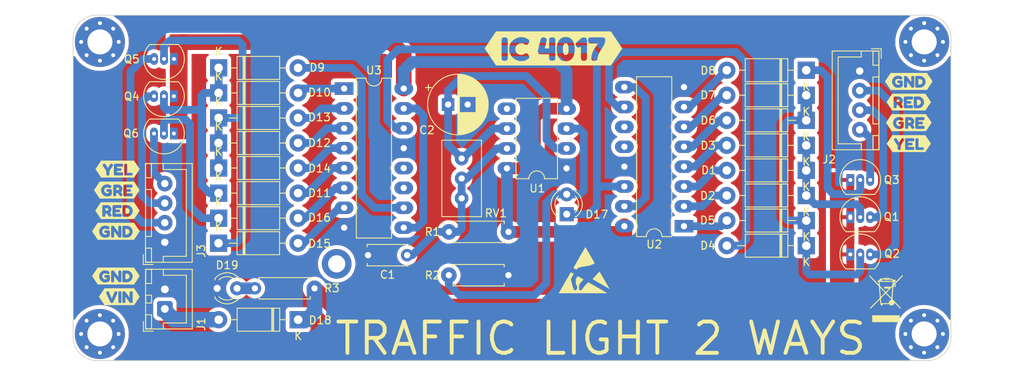
<source format=kicad_pcb>
(kicad_pcb (version 20240108) (generator "pcbnew") (generator_version "8.0")
  (layers (0 "F.Cu" signal) (31 "B.Cu" signal) (34 "B.Paste" user) (35 "F.Paste" user) (36 "B.SilkS" user "B.Silkscreen") (37 "F.SilkS" user "F.Silkscreen") (38 "B.Mask" user) (39 "F.Mask" user) (44 "Edge.Cuts" user))
  (net 0 "")
  (net 1 "Net-(D1-Pad1)")
  (net 2 "/Q0")
  (net 3 "/Q1")
  (net 4 "/Q2")
  (net 5 "Net-(D4-Pad1)")
  (net 6 "/Q4")
  (net 7 "/Q5")
  (net 8 "/Q6")
  (net 9 "/Q7")
  (net 10 "Net-(D8-Pad1)")
  (net 11 "/Q3")
  (net 12 "Net-(D10-Pad1)")
  (net 13 "/QE")
  (net 14 "/QF")
  (net 15 "/QG")
  (net 16 "Net-(D12-Pad1)")
  (net 17 "/QA")
  (net 18 "/QB")
  (net 19 "/QC")
  (net 20 "/QD")
  (net 21 "Net-(D16-Pad1)")
  (net 22 "/QH")
  (net 23 "/Q")
  (net 24 "Net-(D17-Pad2)")
  (net 25 "+9V")
  (net 26 "Net-(D18-Pad2)")
  (net 27 "GND")
  (net 28 "Net-(D19-Pad2)")
  (net 29 "/R1")
  (net 30 "/Y1")
  (net 31 "/G1")
  (net 32 "/R2")
  (net 33 "/Y2")
  (net 34 "/G2")
  (net 35 "/DIS")
  (net 36 "Net-(C2-Pad1)")
  (net 38 "/Q8")
  (net 39 "/Q9")
  (net 41 "/QI")
  (net 42 "/QJ")
  (footprint "Potentiometer_THT:Potentiometer_Bourns_3296W_Vertical" (layer "F.Cu") (at 67.285 40.68 -90)
    (property "Reference" "RV1")
    (property "Value" "10K")
  )
  (footprint "MountingHole:MountingHole_2.2mm_M2_DIN965_Pad" (layer "F.Cu") (at 51.31 49.06)
    (property "Reference" "REF**")
    (property "Value" "MountingHole_2.2mm_M2_DIN965_Pad")
  )
  (footprint "Diode_THT:D_DO-41_SOD81_P10.16mm_Horizontal" (layer "F.Cu") (at 46.385 56.2 180)
    (property "Reference" "D18")
    (property "Value" "1N4007")
  )
  (footprint "MountingHole:MountingHole_3.2mm_M3_Pad_Via" (layer "F.Cu") (at 21.04 20.69)
    (property "Reference" "REF**" (hide yes))
    (property "Value" "MountingHole_3.2mm_M3_Pad_Via")
  )
  (footprint "kibuzzard-6729E51F" (layer "F.Cu") (at 124.45 28.38)
    (property "Reference" "kibuzzard-6729E51F" (hide yes))
    (property "Value" "G***" (hide yes))
  )
  (footprint "kibuzzard-6729E51F" (layer "F.Cu") (at 23.286008 42.26)
    (property "Reference" "kibuzzard-6729E51F" (hide yes))
    (property "Value" "G***" (hide yes))
  )
  (footprint "Package_TO_SOT_THT:TO-92_Inline" (layer "F.Cu") (at 116.97 43.095)
    (property "Reference" "Q1")
    (property "Value" "BC547")
  )
  (footprint "Connector_JST:JST_XH_B4B-XH-A_1x04_P2.50mm_Vertical" (layer "F.Cu") (at 29.33 46.3 90)
    (property "Reference" "J3")
    (property "Value" "Conn_01x04_Female")
  )
  (footprint "Package_DIP:DIP-16_W7.62mm_LongPads" (layer "F.Cu") (at 52.26 26.655)
    (property "Reference" "U3")
    (property "Value" "4017")
  )
  (footprint "Package_TO_SOT_THT:TO-92_Inline" (layer "F.Cu") (at 30.495 32.4 180)
    (property "Reference" "Q6")
    (property "Value" "BC547")
  )
  (footprint "kibuzzard-6729E545" (layer "F.Cu") (at 124.45 33.69)
    (property "Reference" "kibuzzard-6729E545" (hide yes))
    (property "Value" "G***" (hide yes))
  )
  (footprint "Resistor_THT:R_Axial_DIN0207_L6.3mm_D2.5mm_P7.62mm_Horizontal" (layer "F.Cu") (at 73.275 44.98 180)
    (property "Reference" "R1")
    (property "Value" "10K")
  )
  (footprint "kibuzzard-6729E532" (layer "F.Cu") (at 124.45 31.01)
    (property "Reference" "kibuzzard-6729E532" (hide yes))
    (property "Value" "G***" (hide yes))
  )
  (footprint "Diode_THT:D_DO-41_SOD81_P10.16mm_Horizontal" (layer "F.Cu") (at 111.35 46.735 180)
    (property "Reference" "D4")
    (property "Value" "1N4007")
  )
  (footprint "Connector_JST:JST_XH_B4B-XH-A_1x04_P2.50mm_Vertical" (layer "F.Cu") (at 118.17 24.415 -90)
    (property "Reference" "J2")
    (property "Value" "Conn_01x04_Female")
  )
  (footprint "kibuzzard-6729E545" (layer "F.Cu") (at 23.298169 36.95)
    (property "Reference" "kibuzzard-6729E545" (hide yes))
    (property "Value" "G***" (hide yes))
  )
  (footprint "Diode_THT:D_DO-41_SOD81_P10.16mm_Horizontal" (layer "F.Cu") (at 111.34 24.305 180)
    (property "Reference" "D8")
    (property "Value" "1N4007")
  )
  (footprint "kibuzzard-6729E504" (layer "F.Cu") (at 23.08 50.62)
    (property "Reference" "kibuzzard-6729E504" (hide yes))
    (property "Value" "G***" (hide yes))
  )
  (footprint "MountingHole:MountingHole_3.2mm_M3_Pad_Via" (layer "F.Cu") (at 21.032944 58.022944)
    (property "Reference" "REF**" (hide yes))
    (property "Value" "MountingHole_3.2mm_M3_Pad_Via")
  )
  (footprint "Package_DIP:DIP-16_W7.62mm_LongPads" (layer "F.Cu") (at 95.705 44.25 180)
    (property "Reference" "U2")
    (property "Value" "4017")
  )
  (footprint "Package_TO_SOT_THT:TO-92_Inline" (layer "F.Cu") (at 30.505 22.87 180)
    (property "Reference" "Q5")
    (property "Value" "BC547")
  )
  (footprint "Resistor_THT:R_Axial_DIN0207_L6.3mm_D2.5mm_P7.62mm_Horizontal" (layer "F.Cu") (at 65.645 50.51)
    (property "Reference" "R2")
    (property "Value" "10K")
  )
  (footprint "Package_DIP:DIP-8_W7.62mm" (layer "F.Cu") (at 80.695 36.85 180)
    (property "Reference" "U1")
    (property "Value" "NE555P")
  )
  (footprint "Connector_JST:JST_XH_B2B-XH-A_1x02_P2.50mm_Vertical" (layer "F.Cu") (at 29.34 54.82 90)
    (property "Reference" "J1")
    (property "Value" "Conn_01x02_Female")
  )
  (footprint "Diode_THT:D_DO-41_SOD81_P10.16mm_Horizontal" (layer "F.Cu") (at 36.205 33.61)
    (property "Reference" "D12")
    (property "Value" "1N4007")
  )
  (footprint "LED_THT:LED_D3.0mm" (layer "F.Cu") (at 80.715 42.715 90)
    (property "Reference" "D17")
    (property "Value" "LED")
  )
  (footprint "Diode_THT:D_DO-41_SOD81_P10.16mm_Horizontal" (layer "F.Cu") (at 36.215 27.21)
    (property "Reference" "D10")
    (property "Value" "1N4007")
  )
  (footprint "Symbol:WEEE-Logo_4.2x6mm_SilkScreen" (layer "F.Cu") (at 121.54 53.49)
    (property "Reference" "REF**" (hide yes))
    (property "Value" "WEEE-Logo_4.2x6mm_SilkScreen" (hide yes))
  )
  (footprint "Diode_THT:D_DO-41_SOD81_P10.16mm_Horizontal" (layer "F.Cu") (at 111.34 37.115 180)
    (property "Reference" "D1")
    (property "Value" "1N4007")
  )
  (footprint "kibuzzard-6729E5F1" (layer "F.Cu") (at 23.520272 53.26)
    (property "Reference" "kibuzzard-6729E5F1" (hide yes))
    (property "Value" "G***" (hide yes))
  )
  (footprint "Diode_THT:D_DO-41_SOD81_P10.16mm_Horizontal" (layer "F.Cu") (at 36.215 30.41)
    (property "Reference" "D13")
    (property "Value" "1N4007")
  )
  (footprint "MountingHole:MountingHole_3.2mm_M3_Pad_Via" (layer "F.Cu") (at 126.417056 20.687056)
    (property "Reference" "REF**" (hide yes))
    (property "Value" "MountingHole_3.2mm_M3_Pad_Via")
  )
  (footprint "Resistor_THT:R_Axial_DIN0207_L6.3mm_D2.5mm_P7.62mm_Horizontal" (layer "F.Cu") (at 48.475 52.19 180)
    (property "Reference" "R3")
    (property "Value" "330")
  )
  (footprint "kibuzzard-6729E504" (layer "F.Cu") (at 124.45 25.74)
    (property "Reference" "kibuzzard-6729E504" (hide yes))
    (property "Value" "G***" (hide yes))
  )
  (footprint "kibuzzard-6729E504" (layer "F.Cu") (at 23.08 44.9)
    (property "Reference" "kibuzzard-6729E504" (hide yes))
    (property "Value" "G***" (hide yes))
  )
  (footprint "Package_TO_SOT_THT:TO-92_Inline" (layer "F.Cu") (at 116.97 47.855)
    (property "Reference" "Q2")
    (property "Value" "BC547")
  )
  (footprint "Diode_THT:D_DO-41_SOD81_P10.16mm_Horizontal" (layer "F.Cu") (at 36.215 24.01)
    (property "Reference" "D9")
    (property "Value" "1N4007")
  )
  (footprint "Diode_THT:D_DO-41_SOD81_P10.16mm_Horizontal" (layer "F.Cu") (at 111.34 30.715 180)
    (property "Reference" "D6")
    (property "Value" "1N4007")
  )
  (footprint "Diode_THT:D_DO-41_SOD81_P10.16mm_Horizontal" (layer "F.Cu") (at 36.215 43.22)
    (property "Reference" "D16")
    (property "Value" "1N4007")
  )
  (footprint "kibuzzard-6729E532" (layer "F.Cu") (at 23.206609 39.63)
    (property "Reference" "kibuzzard-6729E532" (hide yes))
    (property "Value" "G***" (hide yes))
  )
  (footprint "Diode_THT:D_DO-41_SOD81_P10.16mm_Horizontal" (layer "F.Cu") (at 36.215 36.81)
    (property "Reference" "D14")
    (property "Value" "1N4007")
  )
  (footprint "Diode_THT:D_DO-41_SOD81_P10.16mm_Horizontal" (layer "F.Cu") (at 36.205 46.42)
    (property "Reference" "D15")
    (property "Value" "1N4007")
  )
  (footprint "Capacitor_THT:C_Disc_D5.0mm_W2.5mm_P5.00mm" (layer "F.Cu") (at 60.315 47.95 180)
    (property "Reference" "C1")
    (property "Value" "0.1UF")
  )
  (footprint "Diode_THT:D_DO-41_SOD81_P10.16mm_Horizontal" (layer "F.Cu") (at 111.34 33.915 180)
    (property "Reference" "D3")
    (property "Value" "1N4007")
  )
  (footprint "Diode_THT:D_DO-41_SOD81_P10.16mm_Horizontal" (layer "F.Cu") (at 111.35 43.525 180)
    (property "Reference" "D5")
    (property "Value" "1N4007")
  )
  (footprint "MountingHole:MountingHole_3.2mm_M3_Pad_Via" (layer "F.Cu") (at 126.41 58.02)
    (property "Reference" "REF**" (hide yes))
    (property "Value" "MountingHole_3.2mm_M3_Pad_Via")
  )
  (footprint "Diode_THT:D_DO-41_SOD81_P10.16mm_Horizontal" (layer "F.Cu") (at 36.215 40.02)
    (property "Reference" "D11")
    (property "Value" "1N4007")
  )
  (footprint "Package_TO_SOT_THT:TO-92_Inline" (layer "F.Cu") (at 116.97 38.335)
    (property "Reference" "Q3")
    (property "Value" "BC547")
  )
  (footprint "Diode_THT:D_DO-41_SOD81_P10.16mm_Horizontal" (layer "F.Cu") (at 111.34 40.325 180)
    (property "Reference" "D2")
    (property "Value" "1N4007")
  )
  (footprint "LED_THT:LED_D3.0mm" (layer "F.Cu") (at 36.03 52.19)
    (property "Reference" "D19")
    (property "Value" "LED")
  )
  (footprint "Symbol:ESD-Logo_6.6x6mm_SilkScreen" (layer "F.Cu") (at 82.95 49.86)
    (property "Reference" "REF**" (hide yes))
    (property "Value" "ESD-Logo_6.6x6mm_SilkScreen" (hide yes))
  )
  (footprint "kibuzzard-6729E654" (layer "F.Cu") (at 79.02 21.52)
    (property "Reference" "kibuzzard-6729E654" (hide yes))
    (property "Value" "G***" (hide yes))
  )
  (footprint "Capacitor_THT:CP_Radial_D7.5mm_P2.50mm" (layer "F.Cu") (at 65.555 28.69)
    (property "Reference" "C2")
    (property "Value" "100UF")
  )
  (footprint "Diode_THT:D_DO-41_SOD81_P10.16mm_Horizontal" (layer "F.Cu") (at 111.34 27.505 180)
    (property "Reference" "D7")
    (property "Value" "1N4007")
  )
  (footprint "Package_TO_SOT_THT:TO-92_Inline" (layer "F.Cu") (at 30.495 27.63 180)
    (property "Reference" "Q4")
    (property "Value" "BC547")
  )
  (gr_line (start 20.615 17.27) (end 126.835 17.27) (stroke (width 0.1)) (layer "Edge.Cuts"))
  (gr_arc (start 129.835 58.43) (mid 128.95632 60.55132) (end 126.835 61.43) (stroke (width 0.1)) (layer "Edge.Cuts"))
  (gr_line (start 126.835 61.43) (end 20.615 61.43) (stroke (width 0.1)) (layer "Edge.Cuts"))
  (gr_arc (start 126.835 17.27) (mid 128.95632 18.14868) (end 129.835 20.27) (stroke (width 0.1)) (layer "Edge.Cuts"))
  (gr_line (start 129.835 20.27) (end 129.835 58.43) (stroke (width 0.1)) (layer "Edge.Cuts"))
  (gr_arc (start 20.615 61.43) (mid 18.49368 60.55132) (end 17.615 58.43) (stroke (width 0.1)) (layer "Edge.Cuts"))
  (gr_arc (start 17.615 20.27) (mid 18.49368 18.14868) (end 20.615 17.27) (stroke (width 0.1)) (layer "Edge.Cuts"))
  (gr_line (start 17.615 58.43) (end 17.615 20.27) (stroke (width 0.1)) (layer "Edge.Cuts"))
  (gr_text "TRAFFIC LIGHT 2 WAYS" (at 85.06 58.61 0) (layer "F.SilkS") (effects (font (size 4 4) (thickness 0.5))))
  (segment (start 112.455 41.44) (end 111.34 40.325) (width 1) (layer "B.Cu") (net 1))
  (segment (start 118.24 41.935) (end 117.745 41.44) (width 1) (layer "B.Cu") (net 1))
  (segment (start 111.34 33.915) (end 111.34 37.115) (width 1) (layer "B.Cu") (net 1))
  (segment (start 117.745 41.44) (end 112.455 41.44) (width 1) (layer "B.Cu") (net 1))
  (segment (start 111.34 37.115) (end 111.34 40.325) (width 1) (layer "B.Cu") (net 1))
  (segment (start 118.24 43.095) (end 118.24 41.935) (width 1) (layer "B.Cu") (net 1))
  (segment (start 97.455 39.17) (end 95.705 39.17) (width 1) (layer "B.Cu") (net 2))
  (segment (start 101.18 37.115) (end 99.51 37.115) (width 1) (layer "B.Cu") (net 2))
  (segment (start 99.51 37.115) (end 97.455 39.17) (width 1) (layer "B.Cu") (net 2))
  (segment (start 99.41 40.325) (end 98.025 41.71) (width 1) (layer "B.Cu") (net 3))
  (segment (start 98.025 41.71) (end 95.705 41.71) (width 1) (layer "B.Cu") (net 3))
  (segment (start 101.18 40.325) (end 99.41 40.325) (width 1) (layer "B.Cu") (net 3))
  (segment (start 97.095 36.63) (end 95.705 36.63) (width 1) (layer "B.Cu") (net 4))
  (segment (start 101.18 33.915) (end 99.81 33.915) (width 1) (layer "B.Cu") (net 4))
  (segment (start 99.81 33.915) (end 97.095 36.63) (width 1) (layer "B.Cu") (net 4))
  (segment (start 118.24 49.975) (end 117.795 50.42) (width 1) (layer "B.Cu") (net 5))
  (segment (start 109.06 43.525) (end 108.525 42.99) (width 1) (layer "B.Cu") (net 5))
  (segment (start 118.24 47.855) (end 118.24 49.975) (width 1) (layer "B.Cu") (net 5))
  (segment (start 111.725 50.42) (end 111.35 50.045) (width 1) (layer "B.Cu") (net 5))
  (segment (start 108.525 31.27) (end 109.08 30.715) (width 1) (layer "B.Cu") (net 5))
  (segment (start 111.35 43.525) (end 109.06 43.525) (width 1) (layer "B.Cu") (net 5))
  (segment (start 108.525 42.99) (end 108.525 31.27) (width 1) (layer "B.Cu") (net 5))
  (segment (start 111.35 46.735) (end 111.35 43.525) (width 1) (layer "B.Cu") (net 5))
  (segment (start 109.08 30.715) (end 111.34 30.715) (width 1) (layer "B.Cu") (net 5))
  (segment (start 111.34 27.505) (end 111.34 30.715) (width 1.5) (layer "B.Cu") (net 5))
  (segment (start 117.795 50.42) (end 111.725 50.42) (width 1) (layer "B.Cu") (net 5))
  (segment (start 111.35 50.045) (end 111.35 46.735) (width 1) (layer "B.Cu") (net 5))
  (segment (start 87.205 29.01) (end 86.11 27.915) (width 1) (layer "B.Cu") (net 6))
  (segment (start 103.65 45.985) (end 102.9 46.735) (width 1) (layer "B.Cu") (net 6))
  (segment (start 88.085 29.01) (end 87.205 29.01) (width 1) (layer "B.Cu") (net 6))
  (segment (start 86.11 27.915) (end 86.11 23.415) (width 1) (layer "B.Cu") (net 6))
  (segment (start 102.9 46.735) (end 101.19 46.735) (width 1) (layer "B.Cu") (net 6))
  (segment (start 103.65 23.285) (end 103.65 45.985) (width 1) (layer "B.Cu") (net 6))
  (segment (start 102.36 21.995) (end 103.65 23.285) (width 1) (layer "B.Cu") (net 6))
  (segment (start 87.53 21.995) (end 102.36 21.995) (width 1) (layer "B.Cu") (net 6))
  (segment (start 86.11 23.415) (end 87.53 21.995) (width 1) (layer "B.Cu") (net 6))
  (segment (start 95.705 44.25) (end 100.465 44.25) (width 1) (layer "B.Cu") (net 7))
  (segment (start 100.465 44.25) (end 101.19 43.525) (width 1) (layer "B.Cu") (net 7))
  (segment (start 101.18 30.715) (end 100.18 30.715) (width 1) (layer "B.Cu") (net 8))
  (segment (start 96.805 34.09) (end 95.705 34.09) (width 1) (layer "B.Cu") (net 8))
  (segment (start 100.18 30.715) (end 96.805 34.09) (width 1) (layer "B.Cu") (net 8))
  (segment (start 101.18 27.505) (end 100.66 27.505) (width 1) (layer "B.Cu") (net 9))
  (segment (start 100.66 27.505) (end 96.615 31.55) (width 1) (layer "B.Cu") (net 9))
  (segment (start 96.615 31.55) (end 95.705 31.55) (width 1) (layer "B.Cu") (net 9))
  (segment (start 118.24 39.714022) (end 117.814022 40.14) (width 1) (layer "B.Cu") (net 10))
  (segment (start 118.24 38.335) (end 118.24 39.714022) (width 1) (layer "B.Cu") (net 10))
  (segment (start 114.795 40.14) (end 114.065 39.41) (width 1) (layer "B.Cu") (net 10))
  (segment (start 114.065 39.41) (end 114.065 25.2) (width 1) (layer "B.Cu") (net 10))
  (segment (start 114.065 25.2) (end 113.17 24.305) (width 1) (layer "B.Cu") (net 10))
  (segment (start 113.17 24.305) (end 111.34 24.305) (width 1) (layer "B.Cu") (net 10))
  (segment (start 117.814022 40.14) (end 114.795 40.14) (width 1) (layer "B.Cu") (net 10))
  (segment (start 101.13 24.305) (end 96.425 29.01) (width 1) (layer "B.Cu") (net 11))
  (segment (start 96.425 29.01) (end 95.705 29.01) (width 1) (layer "B.Cu") (net 11))
  (segment (start 101.18 24.305) (end 101.13 24.305) (width 1) (layer "B.Cu") (net 11))
  (segment (start 36.215 27.21) (end 34.375 27.21) (width 1) (layer "B.Cu") (net 12))
  (segment (start 34.045 39) (end 35.065 40.02) (width 1) (layer "B.Cu") (net 12))
  (segment (start 29.225 29.009022) (end 29.595978 29.38) (width 1) (layer "B.Cu") (net 12))
  (segment (start 33.885 29.38) (end 34.045 29.54) (width 1) (layer "B.Cu") (net 12))
  (segment (start 35.065 40.02) (end 36.215 40.02) (width 1) (layer "B.Cu") (net 12))
  (segment (start 29.595978 29.38) (end 33.885 29.38) (width 1) (layer "B.Cu") (net 12))
  (segment (start 29.225 27.63) (end 29.225 29.009022) (width 1) (layer "B.Cu") (net 12))
  (segment (start 34.045 30.59) (end 34.045 39) (width 1) (layer "B.Cu") (net 12))
  (segment (start 34.045 27.54) (end 34.045 29.54) (width 1) (layer "B.Cu") (net 12))
  (segment (start 34.375 27.21) (end 34.045 27.54) (width 1) (layer "B.Cu") (net 12))
  (segment (start 36.215 24.01) (end 36.215 27.21) (width 1) (layer "B.Cu") (net 12))
  (segment (start 34.045 29.54) (end 34.045 30.59) (width 1) (layer "B.Cu") (net 12))
  (segment (start 54.495 25.3) (end 53.205 24.01) (width 1) (layer "B.Cu") (net 13))
  (segment (start 56.15 41.895) (end 54.495 40.24) (width 1) (layer "B.Cu") (net 13))
  (segment (start 53.205 24.01) (end 46.375 24.01) (width 1) (layer "B.Cu") (net 13))
  (segment (start 59.88 41.895) (end 56.15 41.895) (width 1) (layer "B.Cu") (net 13))
  (segment (start 54.495 40.24) (end 54.495 25.3) (width 1) (layer "B.Cu") (net 13))
  (segment (start 46.93 26.655) (end 46.375 27.21) (width 1) (layer "B.Cu") (net 14))
  (segment (start 52.26 26.655) (end 46.93 26.655) (width 1) (layer "B.Cu") (net 14))
  (segment (start 52.26 36.815) (end 50.76 36.815) (width 1) (layer "B.Cu") (net 15))
  (segment (start 47.555 40.02) (end 46.375 40.02) (width 1) (layer "B.Cu") (net 15))
  (segment (start 50.76 36.815) (end 47.555 40.02) (width 1) (layer "B.Cu") (net 15))
  (segment (start 39.285 45.57) (end 38.435 46.42) (width 1) (layer "B.Cu") (net 16))
  (segment (start 39.285 21.09) (end 39.285 29.6) (width 1) (layer "B.Cu") (net 16))
  (segment (start 36.215 33.62) (end 36.205 33.61) (width 1) (layer "B.Cu") (net 16))
  (segment (start 38.435 46.42) (end 36.205 46.42) (width 1) (layer "B.Cu") (net 16))
  (segment (start 36.205 33.61) (end 36.205 30.42) (width 1) (layer "B.Cu") (net 16))
  (segment (start 39.005 30.41) (end 39.285 30.13) (width 1) (layer "B.Cu") (net 16))
  (segment (start 39.285 29.6) (end 39.285 30.13) (width 1) (layer "B.Cu") (net 16))
  (segment (start 36.205 30.42) (end 36.215 30.41) (width 1) (layer "B.Cu") (net 16))
  (segment (start 39.285 30.13) (end 39.285 45.57) (width 1) (layer "B.Cu") (net 16))
  (segment (start 29.975 20.52) (end 38.715 20.52) (width 1) (layer "B.Cu") (net 16))
  (segment (start 36.215 36.81) (end 36.215 33.62) (width 1) (layer "B.Cu") (net 16))
  (segment (start 38.715 20.52) (end 39.285 21.09) (width 1) (layer "B.Cu") (net 16))
  (segment (start 29.235 21.26) (end 29.975 20.52) (width 1) (layer "B.Cu") (net 16))
  (segment (start 36.215 30.41) (end 39.005 30.41) (width 1) (layer "B.Cu") (net 16))
  (segment (start 29.235 22.87) (end 29.235 21.26) (width 1) (layer "B.Cu") (net 16))
  (segment (start 52.26 31.735) (end 50.04 31.735) (width 1) (layer "B.Cu") (net 17))
  (segment (start 50.04 31.735) (end 48.165 33.61) (width 1) (layer "B.Cu") (net 17))
  (segment (start 48.165 33.61) (end 46.365 33.61) (width 1) (layer "B.Cu") (net 17))
  (segment (start 48.135 30.41) (end 46.375 30.41) (width 1) (layer "B.Cu") (net 18))
  (segment (start 52.26 29.195) (end 49.35 29.195) (width 1) (layer "B.Cu") (net 18))
  (segment (start 49.35 29.195) (end 48.135 30.41) (width 1) (layer "B.Cu") (net 18))
  (segment (start 52.26 34.275) (end 50.42 34.275) (width 1) (layer "B.Cu") (net 19))
  (segment (start 47.885 36.81) (end 46.375 36.81) (width 1) (layer "B.Cu") (net 19))
  (segment (start 50.42 34.275) (end 47.885 36.81) (width 1) (layer "B.Cu") (net 19))
  (segment (start 52.26 41.895) (end 51.63 41.895) (width 1) (layer "B.Cu") (net 20))
  (segment (start 47.105 46.42) (end 46.365 46.42) (width 1) (layer "B.Cu") (net 20))
  (segment (start 51.63 41.895) (end 47.105 46.42) (width 1) (layer "B.Cu") (net 20))
  (segment (start 31.99548 30.62) (end 32.555 31.17952) (width 1) (layer "B.Cu") (net 21))
  (segment (start 32.555 41.67) (end 34.105 43.22) (width 1) (layer "B.Cu") (net 21))
  (segment (start 29.225 32.4) (end 29.225 31.020978) (width 1) (layer "B.Cu") (net 21))
  (segment (start 34.105 43.22) (end 36.215 43.22) (width 1) (layer "B.Cu") (net 21))
  (segment (start 29.225 31.020978) (end 29.625978 30.62) (width 1) (layer "B.Cu") (net 21))
  (segment (start 32.555 31.17952) (end 32.555 41.67) (width 1) (layer "B.Cu") (net 21))
  (segment (start 29.625978 30.62) (end 31.99548 30.62) (width 1) (layer "B.Cu") (net 21))
  (segment (start 47.295 43.22) (end 46.375 43.22) (width 1) (layer "B.Cu") (net 22))
  (segment (start 52.26 39.355) (end 51.16 39.355) (width 1) (layer "B.Cu") (net 22))
  (segment (start 51.16 39.355) (end 47.295 43.22) (width 1) (layer "B.Cu") (net 22))
  (segment (start 88.085 39.17) (end 84.825 39.17) (width 1) (layer "B.Cu") (net 23))
  (segment (start 80.715 42.715) (end 83.57 42.715) (width 1) (layer "B.Cu") (net 23))
  (segment (start 84.825 39.17) (end 84.575 38.92) (width 1) (layer "B.Cu") (net 23))
  (segment (start 59.88 31.735) (end 58.83 31.735) (width 1) (layer "B.Cu") (net 23))
  (segment (start 84.575 22.61) (end 84.575 38.92) (width 1) (layer "B.Cu") (net 23))
  (segment (start 57.785 23) (end 59.155 21.63) (width 1) (layer "B.Cu") (net 23))
  (segment (start 59.155 21.63) (end 83.595 21.63) (width 1) (layer "B.Cu") (net 23))
  (segment (start 83.595 21.63) (end 84.575 22.61) (width 1) (layer "B.Cu") (net 23))
  (segment (start 57.785 30.69) (end 57.785 23) (width 1) (layer "B.Cu") (net 23))
  (segment (start 84.575 41.71) (end 84.575 38.92) (width 1) (layer "B.Cu") (net 23))
  (segment (start 83.57 42.715) (end 84.575 41.71) (width 1) (layer "B.Cu") (net 23))
  (segment (start 58.83 31.735) (end 57.785 30.69) (width 1) (layer "B.Cu") (net 23))
  (segment (start 82.39 40.175) (end 80.715 40.175) (width 1) (layer "B.Cu") (net 24))
  (segment (start 79.17 40.175) (end 80.715 40.175) (width 1) (layer "B.Cu") (net 24))
  (segment (start 82.905 39.66) (end 82.39 40.175) (width 1) (layer "B.Cu") (net 24))
  (segment (start 78.095 51.54) (end 78.095 41.25) (width 1) (layer "B.Cu") (net 24))
  (segment (start 82.905 32.39) (end 82.905 39.66) (width 1) (layer "B.Cu") (net 24))
  (segment (start 82.285 31.77) (end 82.905 32.39) (width 1) (layer "B.Cu") (net 24))
  (segment (start 66.995 53.05) (end 76.585 53.05) (width 1) (layer "B.Cu") (net 24))
  (segment (start 76.585 53.05) (end 78.095 51.54) (width 1) (layer "B.Cu") (net 24))
  (segment (start 65.645 50.51) (end 65.645 51.7) (width 1) (layer "B.Cu") (net 24))
  (segment (start 78.095 41.25) (end 79.17 40.175) (width 1) (layer "B.Cu") (net 24))
  (segment (start 80.695 31.77) (end 82.285 31.77) (width 1) (layer "B.Cu") (net 24))
  (segment (start 65.645 51.7) (end 66.995 53.05) (width 1) (layer "B.Cu") (net 24))
  (segment (start 75.425 36.85) (end 73.075 36.85) (width 1.5) (layer "F.Cu") (net 25))
  (segment (start 114.975 54.52) (end 88.115 54.52) (width 2) (layer "F.Cu") (net 25))
  (segment (start 116.97 52.535) (end 116.96 52.535) (width 1) (layer "F.Cu") (net 25))
  (segment (start 73.275 44.98) (end 87.355 44.98) (width 1.5) (layer "F.Cu") (net 25))
  (segment (start 30.505 22.87) (end 30.505 21.5) (width 1) (layer "F.Cu") (net 25))
  (segment (start 30.495 27.63) (end 30.495 22.88) (width 1) (layer "F.Cu") (net 25))
  (segment (start 116.96 52.535) (end 114.975 54.52) (width 1) (layer "F.Cu") (net 25))
  (segment (start 48.475 52.19) (end 50.805 54.52) (width 2) (layer "F.Cu") (net 25))
  (segment (start 30.495 32.4) (end 30.495 27.63) (width 1) (layer "F.Cu") (net 25))
  (segment (start 116.97 47.855) (end 116.97 52.535) (width 1) (layer "F.Cu") (net 25))
  (segment (start 88.085 54.49) (end 88.085 44.25) (width 2) (layer "F.Cu") (net 25))
  (segment (start 77.815 29.23) (end 76.645 30.4) (width 1.5) (layer "F.Cu") (net 25))
  (segment (start 88.115 54.52) (end 88.085 54.49) (width 2) (layer "F.Cu") (net 25))
  (segment (start 87.355 44.98) (end 88.085 44.25) (width 1.5) (layer "F.Cu") (net 25))
  (segment (start 76.645 30.4) (end 76.645 35.63) (width 1.5) (layer "F.Cu") (net 25))
  (segment (start 116.97 43.095) (end 116.97 47.855) (width 1) (layer "F.Cu") (net 25))
  (segment (start 80.695 29.23) (end 77.815 29.23) (width 1.5) (layer "F.Cu") (net 25))
  (segment (start 30.495 22.88) (end 30.505 22.87) (width 1) (layer "F.Cu") (net 25))
  (segment (start 76.645 35.63) (end 75.425 36.85) (width 1.5) (layer "F.Cu") (net 25))
  (segment (start 58.235 20.72) (end 59.88 22.365) (width 2) (layer "F.Cu") (net 25))
  (segment (start 50.805 54.52) (end 86.865 54.52) (width 2) (layer "F.Cu") (net 25))
  (segment (start 116.97 38.335) (end 116.97 43.095) (width 1) (layer "F.Cu") (net 25))
  (segment (start 30.505 21.5) (end 31.285 20.72) (width 1) (layer "F.Cu") (net 25))
  (segment (start 59.88 22.365) (end 59.88 26.655) (width 2) (layer "F.Cu") (net 25))
  (segment (start 31.285 20.72) (end 58.235 20.72) (width 2) (layer "F.Cu") (net 25))
  (segment (start 88.115 54.52) (end 86.865 54.52) (width 2) (layer "F.Cu") (net 25))
  (segment (start 30.505 27.62) (end 30.495 27.63) (width 1) (layer "B.Cu") (net 25))
  (segment (start 48.475 52.19) (end 48.475 55.27) (width 2) (layer "B.Cu") (net 25))
  (segment (start 73.075 36.85) (end 73.075 44.78) (width 1.5) (layer "B.Cu") (net 25))
  (segment (start 60.955 23.26) (end 79.555 23.26) (width 1.5) (layer "B.Cu") (net 25))
  (segment (start 30.505 32.39) (end 30.495 32.4) (width 1) (layer "B.Cu") (net 25))
  (segment (start 47.545 56.2) (end 46.385 56.2) (width 2) (layer "B.Cu") (net 25))
  (segment (start 79.555 23.26) (end 80.695 24.4) (width 1.5) (layer "B.Cu") (net 25))
  (segment (start 73.075 44.78) (end 73.275 44.98) (width 1.5) (layer "B.Cu") (net 25))
  (segment (start 59.88 26.655) (end 59.88 24.335) (width 1.5) (layer "B.Cu") (net 25))
  (segment (start 80.695 24.4) (end 80.695 29.23) (width 1.5) (layer "B.Cu") (net 25))
  (segment (start 48.475 55.27) (end 47.545 56.2) (width 2) (layer "B.Cu") (net 25))
  (segment (start 59.88 24.335) (end 60.955 23.26) (width 1.5) (layer "B.Cu") (net 25))
  (segment (start 29.34 55.055) (end 30.485 56.2) (width 2) (layer "B.Cu") (net 26))
  (segment (start 30.485 56.2) (end 36.225 56.2) (width 2) (layer "B.Cu") (net 26))
  (segment (start 29.34 54.82) (end 29.34 55.055) (width 2) (layer "B.Cu") (net 26))
  (segment (start 87.865 36.85) (end 88.085 36.63) (width 1.5) (layer "F.Cu") (net 27))
  (segment (start 80.695 36.85) (end 87.865 36.85) (width 1.5) (layer "F.Cu") (net 27))
  (segment (start 57.775 20.06) (end 56.095 21.74) (width 1.5) (layer "B.Cu") (net 27))
  (segment (start 68.055 28.69) (end 68.055 27.53) (width 1.5) (layer "B.Cu") (net 27))
  (segment (start 62.425 59.52) (end 60.725 59.52) (width 1.5) (layer "B.Cu") (net 27))
  (segment (start 118.17 21.685) (end 118.17 24.415) (width 2) (layer "B.Cu") (net 27))
  (segment (start 29.33 52.31) (end 29.34 52.32) (width 2) (layer "B.Cu") (net 27))
  (segment (start 76.065 28.5) (end 76.065 34.76) (width 1.5) (layer "B.Cu") (net 27))
  (segment (start 35.9 52.32) (end 29.34 52.32) (width 2) (layer "B.Cu") (net 27))
  (segment (start 74.425 26.86) (end 76.065 28.5) (width 1.5) (layer "B.Cu") (net 27))
  (segment (start 116.805 20.32) (end 118.17 21.685) (width 2) (layer "B.Cu") (net 27))
  (segment (start 62.495 49.74) (end 62.495 59.45) (width 1.5) (layer "B.Cu") (net 27))
  (segment (start 55.315 45.835) (end 55.315 47.95) (width 2) (layer "B.Cu") (net 27))
  (segment (start 103.545 20.06) (end 57.775 20.06) (width 1.5) (layer "B.Cu") (net 27))
  (segment (start 25.935 57.08) (end 25.935 53.13) (width 2) (layer "B.Cu") (net 27))
  (segment (start 92.795 27.82) (end 92.795 59.08) (width 2) (layer "B.Cu") (net 27))
  (segment (start 60.725 59.52) (end 55.885 59.52) (width 2) (layer "B.Cu") (net 27))
  (segment (start 94.145 26.47) (end 92.795 27.82) (width 2) (layer "B.Cu") (net 27))
  (segment (start 76.065 49.82) (end 75.375 50.51) (width 1.5) (layer "B.Cu") (net 27))
  (segment (start 56.095 21.74) (end 56.095 32.73) (width 1.5) (layer "B.Cu") (net 27))
  (segment (start 95.705 26.47) (end 94.145 26.47) (width 2) (layer "B.Cu") (net 27))
  (segment (start 93.235 59.52) (end 60.725 59.52) (width 2) (layer "B.Cu") (net 27))
  (segment (start 73.265 50.51) (end 71.425 50.51) (width 1.5) (layer "B.Cu") (net 27))
  (segment (start 29.33 46.3) (end 29.33 52.31) (width 2) (layer "B.Cu") (net 27))
  (segment (start 108.645 20.32) (end 116.805 20.32) (width 2) (layer "B.Cu") (net 27))
  (segment (start 76.065 36.73) (end 76.185 36.85) (width 1.5) (layer "B.Cu") (net 27))
  (segment (start 56.095 32.73) (end 57.64 34.275) (width 1.5) (layer "B.Cu") (net 27))
  (segment (start 108.645 20.32) (end 106.225 22.74) (width 2) (layer "B.Cu") (net 27))
  (segment (start 68.725 26.86) (end 74.425 26.86) (width 1.5) (layer "B.Cu") (net 27))
  (segment (start 28.375 59.52) (end 25.935 57.08) (width 2) (layer "B.Cu") (net 27))
  (segment (start 92.795 59.08) (end 93.235 59.52) (width 2) (layer "B.Cu") (net 27))
  (segment (start 106.225 58.02) (end 104.725 59.52) (width 2) (layer "B.Cu") (net 27))
  (segment (start 75.375 50.51) (end 73.265 50.51) (width 1.5) (layer "B.Cu") (net 27))
  (segment (start 55.315 47.95) (end 55.315 50.09) (width 2) (layer "B.Cu") (net 27))
  (segment (start 36.03 52.19) (end 35.9 52.32) (width 2) (layer "B.Cu") (net 27))
  (segment (start 106.225 22.74) (end 103.545 20.06) (width 1.5) (layer "B.Cu") (net 27))
  (segment (start 76.065 36.73) (end 76.065 49.82) (width 1.5) (layer "B.Cu") (net 27))
  (segment (start 64.035 48.2) (end 62.495 49.74) (width 1.5) (layer "B.Cu") (net 27))
  (segment (start 25.935 53.13) (end 26.745 52.32) (width 2) (layer "B.Cu") (net 27))
  (segment (start 53.915 44.435) (end 55.315 45.835) (width 2) (layer "B.Cu") (net 27))
  (segment (start 26.745 52.32) (end 29.34 52.32) (width 2) (layer "B.Cu") (net 27))
  (segment (start 55.315 58.95) (end 55.885 59.52) (width 2) (layer "B.Cu") (net 27))
  (segment (start 55.885 59.52) (end 53.435 59.52) (width 2) (layer "B.Cu") (net 27))
  (segment (start 53.435 59.52) (end 28.375 59.52) (width 2) (layer "B.Cu") (net 27))
  (segment (start 104.725 59.52) (end 93.235 59.52) (width 2) (layer "B.Cu") (net 27))
  (segment (start 76.065 34.76) (end 76.065 36.73) (width 1.5) (layer "B.Cu") (net 27))
  (segment (start 71.425 50.51) (end 69.115 48.2) (width 1.5) (layer "B.Cu") (net 27))
  (segment (start 68.055 27.53) (end 68.725 26.86) (width 1.5) (layer "B.Cu") (net 27))
  (segment (start 76.185 36.85) (end 80.695 36.85) (width 1.5) (layer "B.Cu") (net 27))
  (segment (start 69.115 48.2) (end 64.035 48.2) (width 1.5) (layer "B.Cu") (net 27))
  (segment (start 55.315 47.95) (end 55.315 58.95) (width 2) (layer "B.Cu") (net 27))
  (segment (start 62.495 59.45) (end 62.425 59.52) (width 1.5) (layer "B.Cu") (net 27))
  (segment (start 57.64 34.275) (end 59.88 34.275) (width 1.5) (layer "B.Cu") (net 27))
  (segment (start 106.225 22.74) (end 106.225 58.02) (width 2) (layer "B.Cu") (net 27))
  (segment (start 52.26 44.435) (end 53.915 44.435) (width 2) (layer "B.Cu") (net 27))
  (segment (start 38.57 52.19) (end 40.855 52.19) (width 1.5) (layer "B.Cu") (net 28))
  (segment (start 120.59 26.915) (end 118.17 26.915) (width 1) (layer "B.Cu") (net 29))
  (segment (start 119.51 47.855) (end 121.54 47.855) (width 1) (layer "B.Cu") (net 29))
  (segment (start 122.745 29.07) (end 120.59 26.915) (width 1) (layer "B.Cu") (net 29))
  (segment (start 121.54 47.855) (end 122.745 46.65) (width 1) (layer "B.Cu") (net 29))
  (segment (start 122.745 46.65) (end 122.745 29.07) (width 1) (layer "B.Cu") (net 29))
  (segment (start 118.17 31.915) (end 118.42 31.915) (width 1) (layer "B.Cu") (net 30))
  (segment (start 119.51 33.005) (end 119.51 38.335) (width 1) (layer "B.Cu") (net 30))
  (segment (start 118.42 31.915) (end 119.51 33.005) (width 1) (layer "B.Cu") (net 30))
  (segment (start 121.185 42.37) (end 120.46 43.095) (width 1) (layer "B.Cu") (net 31))
  (segment (start 120.46 43.095) (end 119.51 43.095) (width 1) (layer "B.Cu") (net 31))
  (segment (start 119.8 29.415) (end 121.185 30.8) (width 1) (layer "B.Cu") (net 31))
  (segment (start 118.17 29.415) (end 119.8 29.415) (width 1) (layer "B.Cu") (net 31))
  (segment (start 121.185 30.8) (end 121.185 42.37) (width 1) (layer "B.Cu") (net 31))
  (segment (start 26.575 22.87) (end 24.935 24.51) (width 1) (layer "B.Cu") (net 32))
  (segment (start 24.935 24.51) (end 24.935 42.22) (width 1) (layer "B.Cu") (net 32))
  (segment (start 24.935 42.22) (end 26.515 43.8) (width 1) (layer "B.Cu") (net 32))
  (segment (start 26.515 43.8) (end 29.33 43.8) (width 1) (layer "B.Cu") (net 32))
  (segment (start 27.965 22.87) (end 26.575 22.87) (width 1) (layer "B.Cu") (net 32))
  (segment (start 27.955 37.425) (end 29.33 38.8) (width 1) (layer "B.Cu") (net 33))
  (segment (start 27.955 32.4) (end 27.955 37.425) (width 1) (layer "B.Cu") (net 33))
  (segment (start 27.415 41.3) (end 29.33 41.3) (width 1) (layer "B.Cu") (net 34))
  (segment (start 26.425 40.31) (end 27.415 41.3) (width 1) (layer "B.Cu") (net 34))
  (segment (start 26.425 28.35) (end 26.425 40.31) (width 1) (layer "B.Cu") (net 34))
  (segment (start 27.145 27.63) (end 26.425 28.35) (width 1) (layer "B.Cu") (net 34))
  (segment (start 27.955 27.63) (end 27.145 27.63) (width 1) (layer "B.Cu") (net 34))
  (segment (start 67.285 38.14) (end 67.945 38.14) (width 1) (layer "B.Cu") (net 35))
  (segment (start 67.285 38.14) (end 67.285 40.68) (width 1) (layer "B.Cu") (net 35))
  (segment (start 66.855 44.98) (end 65.655 44.98) (width 1) (layer "B.Cu") (net 35))
  (segment (start 60.985 47.95) (end 63.955 44.98) (width 1) (layer "B.Cu") (net 35))
  (segment (start 60.315 47.95) (end 60.985 47.95) (width 1) (layer "B.Cu") (net 35))
  (segment (start 67.285 44.55) (end 66.855 44.98) (width 1) (layer "B.Cu") (net 35))
  (segment (start 67.285 40.68) (end 67.285 44.55) (width 1) (layer "B.Cu") (net 35))
  (segment (start 67.945 38.14) (end 71.775 34.31) (width 1) (layer "B.Cu") (net 35))
  (segment (start 63.955 44.98) (end 65.655 44.98) (width 1) (layer "B.Cu") (net 35))
  (segment (start 71.775 34.31) (end 73.075 34.31) (width 1) (layer "B.Cu") (net 35))
  (segment (start 71.265 31.77) (end 67.435 35.6) (width 1) (layer "B.Cu") (net 36))
  (segment (start 79.275 34.31) (end 80.695 34.31) (width 1) (layer "B.Cu") (net 36))
  (segment (start 67.435 35.6) (end 67.285 35.6) (width 1) (layer "B.Cu") (net 36))
  (segment (start 75.575 25.06) (end 78.135 27.62) (width 1) (layer "B.Cu") (net 36))
  (segment (start 78.135 33.17) (end 79.275 34.31) (width 1) (layer "B.Cu") (net 36))
  (segment (start 65.555 28.69) (end 65.555 33.87) (width 1) (layer "B.Cu") (net 36))
  (segment (start 73.075 31.77) (end 71.265 31.77) (width 1) (layer "B.Cu") (net 36))
  (segment (start 65.555 26.89) (end 67.385 25.06) (width 1) (layer "B.Cu") (net 36))
  (segment (start 65.555 28.69) (end 65.555 26.89) (width 1) (layer "B.Cu") (net 36))
  (segment (start 67.385 25.06) (end 75.575 25.06) (width 1) (layer "B.Cu") (net 36))
  (segment (start 65.555 33.87) (end 67.285 35.6) (width 1) (layer "B.Cu") (net 36))
  (segment (start 78.135 27.62) (end 78.135 33.17) (width 1) (layer "B.Cu") (net 36))
  (segment (start 88.085 26.47) (end 89.455 26.47) (width 1) (layer "B.Cu") (net 38))
  (segment (start 90.83 27.845) (end 90.83 40.525) (width 1) (layer "B.Cu") (net 38))
  (segment (start 89.455 26.47) (end 90.83 27.845) (width 1) (layer "B.Cu") (net 38))
  (segment (start 89.645 41.71) (end 88.085 41.71) (width 1) (layer "B.Cu") (net 38))
  (segment (start 90.83 40.525) (end 89.645 41.71) (width 1) (layer "B.Cu") (net 38))
  (segment (start 62.385 30.08) (end 62.385 43.59) (width 1) (layer "B.Cu") (net 41))
  (segment (start 62.385 43.59) (end 61.54 44.435) (width 1) (layer "B.Cu") (net 41))
  (segment (start 59.88 29.195) (end 61.5 29.195) (width 1) (layer "B.Cu") (net 41))
  (segment (start 61.5 29.195) (end 62.385 30.08) (width 1) (layer "B.Cu") (net 41))
  (segment (start 61.54 44.435) (end 59.88 44.435) (width 1) (layer "B.Cu") (net 41))
  (zone (net 25) (net_name "+9V") (layer "F.Cu") (connect_pads yes (clearance 0.508)) (min_thickness 0.254) (fill yes (thermal_gap 0.508) (thermal_bridge_width 0.508))
    (polygon (pts (xy 32.235 33.14) (xy 30.005 33.14) (xy 29.955 19.72) (xy 32.245 19.72)))
  )
  (zone (net 25) (net_name "+9V") (layer "F.Cu") (connect_pads (clearance 0.508)) (min_thickness 0.254) (fill yes (thermal_gap 0.508) (thermal_bridge_width 0.508))
    (polygon (pts (xy 114.365 37.350126) (xy 117.495 37.36) (xy 117.494963 55.529981) (xy 112.345 55.52) (xy 114.375 53.92) (xy 114.365 37.350126) (xy 114.325 37.35) (xy 114.365 37.35)))
  )
  (zone (net 27) (net_name "GND") (layers "F&B.Cu") (connect_pads yes (clearance 0.5)) (min_thickness 0.25) (fill yes (thermal_gap 0.5) (thermal_bridge_width 0.5))
    (polygon (pts (xy 12.5 15.33) (xy 137.18 15.33) (xy 137.18 64.96) (xy 12.5 64.96)))
  )
)
</source>
